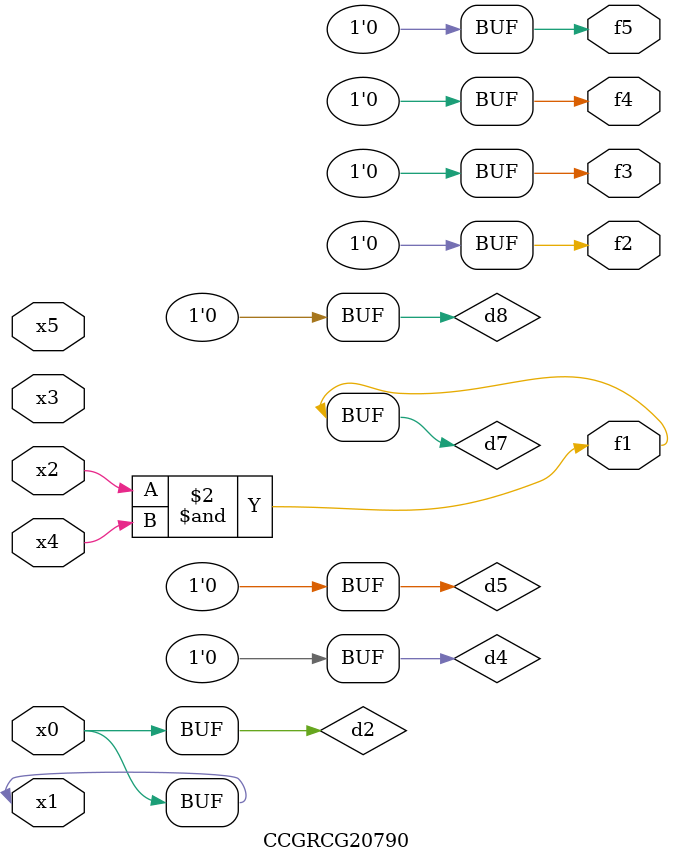
<source format=v>
module CCGRCG20790(
	input x0, x1, x2, x3, x4, x5,
	output f1, f2, f3, f4, f5
);

	wire d1, d2, d3, d4, d5, d6, d7, d8, d9;

	nand (d1, x1);
	buf (d2, x0, x1);
	nand (d3, x2, x4);
	and (d4, d1, d2);
	and (d5, d1, d2);
	nand (d6, d1, d3);
	not (d7, d3);
	xor (d8, d5);
	nor (d9, d5, d6);
	assign f1 = d7;
	assign f2 = d8;
	assign f3 = d8;
	assign f4 = d8;
	assign f5 = d8;
endmodule

</source>
